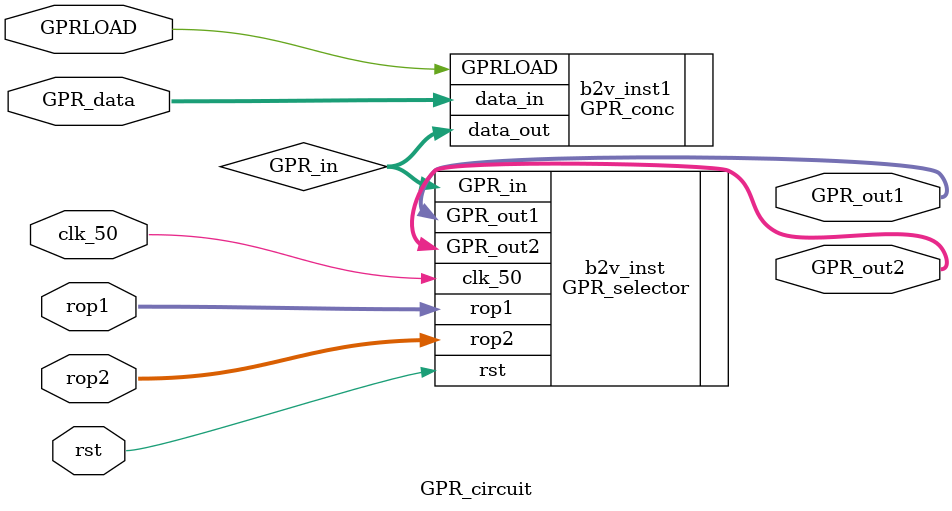
<source format=sv>


module GPR_circuit(
	rst,
	clk_50,
	GPRLOAD,
	GPR_data,
	rop1,
	rop2,
	GPR_out1,
	GPR_out2
);


input wire	rst;
input wire	clk_50;
input wire	GPRLOAD;
input wire	[31:0] GPR_data;
input wire	[3:0] rop1;
input wire	[3:0] rop2;
output wire	[31:0] GPR_out1;
output wire	[31:0] GPR_out2;

wire	[32:0] GPR_in;





GPR_selector	b2v_inst(
	.rst(rst),
	.clk_50(clk_50),
	.GPR_in(GPR_in),
	.rop1(rop1),
	.rop2(rop2),
	.GPR_out1(GPR_out1),
	.GPR_out2(GPR_out2));


GPR_conc	b2v_inst1(
	.GPRLOAD(GPRLOAD),
	.data_in(GPR_data),
	.data_out(GPR_in));


endmodule

</source>
